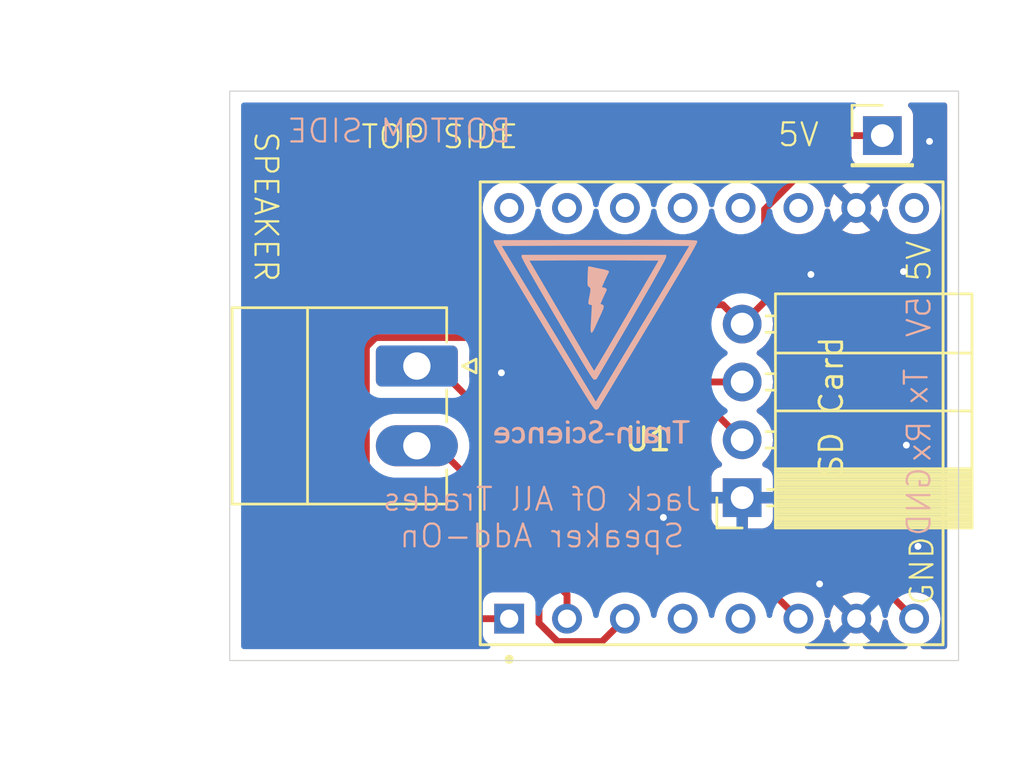
<source format=kicad_pcb>
(kicad_pcb (version 20240108) (generator "pcbnew") (generator_version "8.0")
  (layers (0 "F.Cu" signal) (31 "B.Cu" signal) (34 "B.Paste" user) (35 "F.Paste" user) (36 "B.SilkS" user "B.Silkscreen") (37 "F.SilkS" user "F.Silkscreen") (38 "B.Mask" user) (39 "F.Mask" user) (44 "Edge.Cuts" user))
  (net 0 "")
  (net 1 "/SPK2")
  (net 2 "GND")
  (net 6 "+5V")
  (net 7 "/Rx")
  (net 9 "/Tx")
  (net 14 "/SPK1")
  (footprint "Connector_Phoenix_MC:PhoenixContact_MC_1,5_2-G-3.5_1x02_P3.50mm_Horizontal" (layer "F.Cu") (at 126.7175 86.57 -90)
    (property "Reference" "J3" (hide yes))
    (property "Value" "Screw_Terminal_01x02")
    (fp_line (start -2.56 8.11) (end 6.06 8.11) (stroke (width 0.12)) (layer "F.SilkS"))
    (fp_line (start 6.06 8.11) (end 6.06 -1.31) (stroke (width 0.12)) (layer "F.SilkS"))
    (fp_line (start -2.56 4.8) (end 6.06 4.8) (stroke (width 0.12)) (layer "F.SilkS"))
    (fp_line (start -2.56 -1.31) (end -2.56 8.11) (stroke (width 0.12)) (layer "F.SilkS"))
    (fp_line (start -2.56 -1.31) (end -1.05 -1.31) (stroke (width 0.12)) (layer "F.SilkS"))
    (fp_line (start 1.05 -1.31) (end 2.45 -1.31) (stroke (width 0.12)) (layer "F.SilkS"))
    (fp_line (start 6.06 -1.31) (end 4.55 -1.31) (stroke (width 0.12)) (layer "F.SilkS"))
    (fp_line (start 0 -2) (end -0.3 -2.6) (stroke (width 0.12)) (layer "F.SilkS"))
    (fp_line (start -0.3 -2.6) (end 0.3 -2.6) (stroke (width 0.12)) (layer "F.SilkS"))
    (fp_line (start 0.3 -2.6) (end 0 -2) (stroke (width 0.12)) (layer "F.SilkS"))
    (pad "1" thru_hole roundrect (at 0 0 270) (size 1.8 3.6) (drill 1.2) (layers "*.Cu" "*.Mask") (roundrect_rratio 0.138889) (net 14 "/SPK1"))
    (pad "2" thru_hole oval (at 3.5 0 270) (size 1.8 3.6) (drill 1.2) (layers "*.Cu" "*.Mask") (net 1 "/SPK2"))
  )
  (footprint "custom_kicad_lib_sk:DFPlayer" (layer "F.Cu") (at 139.66 88.646 90)
    (property "Reference" "U1" (at -1.143 -2.794 0) (layer "F.SilkS"))
    (property "Value" "~")
    (fp_line (start 10.16 -10.16) (end 10.16 10.16) (stroke (width 0.127)) (layer "F.SilkS"))
    (fp_line (start -10.16 -10.16) (end 10.16 -10.16) (stroke (width 0.127)) (layer "F.SilkS"))
    (fp_line (start 10.16 10.16) (end -10.16 10.16) (stroke (width 0.127)) (layer "F.SilkS"))
    (fp_line (start -10.16 10.16) (end -10.16 -10.16) (stroke (width 0.127)) (layer "F.SilkS"))
    (fp_circle (center -10.8 -8.89) (end -10.7 -8.89) (stroke (width 0.2)) (fill none) (layer "F.SilkS"))
    (pad "1" thru_hole rect (at -9.017 -8.89 90) (size 1.308 1.308) (drill 0.8) (layers "*.Cu" "*.Mask") (net 6 "+5V"))
    (pad "2" thru_hole circle (at -9.017 -6.35 90) (size 1.308 1.308) (drill 0.8) (layers "*.Cu" "*.Mask") (net 7 "/Rx"))
    (pad "3" thru_hole circle (at -9.017 -3.81 90) (size 1.308 1.308) (drill 0.8) (layers "*.Cu" "*.Mask") (net 9 "/Tx"))
    (pad "4" thru_hole circle (at -9.017 -1.27 90) (size 1.308 1.308) (drill 0.8) (layers "*.Cu" "*.Mask"))
    (pad "5" thru_hole circle (at -9.017 1.27 90) (size 1.308 1.308) (drill 0.8) (layers "*.Cu" "*.Mask"))
    (pad "6" thru_hole circle (at -9.017 3.81 90) (size 1.308 1.308) (drill 0.8) (layers "*.Cu" "*.Mask") (net 1 "/SPK2"))
    (pad "7" thru_hole circle (at -9.017 6.35 90) (size 1.308 1.308) (drill 0.8) (layers "*.Cu" "*.Mask") (net 2 "GND"))
    (pad "8" thru_hole circle (at -9.017 8.89 90) (size 1.308 1.308) (drill 0.8) (layers "*.Cu" "*.Mask") (net 14 "/SPK1"))
    (pad "9" thru_hole circle (at 9.017 8.89 90) (size 1.308 1.308) (drill 0.8) (layers "*.Cu" "*.Mask"))
    (pad "10" thru_hole circle (at 9.017 6.35 90) (size 1.308 1.308) (drill 0.8) (layers "*.Cu" "*.Mask") (net 2 "GND"))
    (pad "11" thru_hole circle (at 9.017 3.81 90) (size 1.308 1.308) (drill 0.8) (layers "*.Cu" "*.Mask"))
    (pad "12" thru_hole circle (at 9.017 1.27 90) (size 1.308 1.308) (drill 0.8) (layers "*.Cu" "*.Mask"))
    (pad "13" thru_hole circle (at 9.017 -1.27 90) (size 1.308 1.308) (drill 0.8) (layers "*.Cu" "*.Mask"))
    (pad "14" thru_hole circle (at 9.017 -3.81 90) (size 1.308 1.308) (drill 0.8) (layers "*.Cu" "*.Mask"))
    (pad "15" thru_hole circle (at 9.017 -6.35 90) (size 1.308 1.308) (drill 0.8) (layers "*.Cu" "*.Mask"))
    (pad "16" thru_hole circle (at 9.017 -8.89 90) (size 1.308 1.308) (drill 0.8) (layers "*.Cu" "*.Mask"))
  )
  (footprint "Connector_PinSocket_2.54mm:PinSocket_1x04_P2.54mm_Horizontal" (layer "F.Cu") (at 141 92.35 180)
    (property "Reference" "J2" (hide yes))
    (property "Value" "Conn_01x04_Socket")
    (fp_line (start 1.11 -1.33) (end 1.11 0) (stroke (width 0.12)) (layer "F.SilkS"))
    (fp_line (start 0 -1.33) (end 1.11 -1.33) (stroke (width 0.12)) (layer "F.SilkS"))
    (fp_line (start -1.46 7.98) (end -1.05 7.98) (stroke (width 0.12)) (layer "F.SilkS"))
    (fp_line (start -1.46 7.26) (end -1.05 7.26) (stroke (width 0.12)) (layer "F.SilkS"))
    (fp_line (start -1.46 5.44) (end -1.05 5.44) (stroke (width 0.12)) (layer "F.SilkS"))
    (fp_line (start -1.46 4.72) (end -1.05 4.72) (stroke (width 0.12)) (layer "F.SilkS"))
    (fp_line (start -1.46 2.9) (end -1.05 2.9) (stroke (width 0.12)) (layer "F.SilkS"))
    (fp_line (start -1.46 2.18) (end -1.05 2.18) (stroke (width 0.12)) (layer "F.SilkS"))
    (fp_line (start -1.46 0.36) (end -1.11 0.36) (stroke (width 0.12)) (layer "F.SilkS"))
    (fp_line (start -1.46 -0.36) (end -1.11 -0.36) (stroke (width 0.12)) (layer "F.SilkS"))
    (fp_line (start -1.46 -1.33) (end -1.46 8.95) (stroke (width 0.12)) (layer "F.SilkS"))
    (fp_line (start -10.09 8.95) (end -1.46 8.95) (stroke (width 0.12)) (layer "F.SilkS"))
    (fp_line (start -10.09 6.35) (end -1.46 6.35) (stroke (width 0.12)) (layer "F.SilkS"))
    (fp_line (start -10.09 3.81) (end -1.46 3.81) (stroke (width 0.12)) (layer "F.SilkS"))
    (fp_line (start -10.09 1.27) (end -1.46 1.27) (stroke (width 0.12)) (layer "F.SilkS"))
    (fp_line (start -10.09 1.1519) (end -1.46 1.1519) (stroke (width 0.12)) (layer "F.SilkS"))
    (fp_line (start -10.09 1.033805) (end -1.46 1.033805) (stroke (width 0.12)) (layer "F.SilkS"))
    (fp_line (start -10.09 0.91571) (end -1.46 0.91571) (stroke (width 0.12)) (layer "F.SilkS"))
    (fp_line (start -10.09 0.797615) (end -1.46 0.797615) (stroke (width 0.12)) (layer "F.SilkS"))
    (fp_line (start -10.09 0.67952) (end -1.46 0.67952) (stroke (width 0.12)) (layer "F.SilkS"))
    (fp_line (start -10.09 0.561425) (end -1.46 0.561425) (stroke (width 0.12)) (layer "F.SilkS"))
    (fp_line (start -10.09 0.44333) (end -1.46 0.44333) (stroke (width 0.12)) (layer "F.SilkS"))
    (fp_line (start -10.09 0.325235) (end -1.46 0.325235) (stroke (width 0.12)) (layer "F.SilkS"))
    (fp_line (start -10.09 0.20714) (end -1.46 0.20714) (stroke (width 0.12)) (layer "F.SilkS"))
    (fp_line (start -10.09 0.089045) (end -1.46 0.089045) (stroke (width 0.12)) (layer "F.SilkS"))
    (fp_line (start -10.09 -0.02905) (end -1.46 -0.02905) (stroke (width 0.12)) (layer "F.SilkS"))
    (fp_line (start -10.09 -0.147145) (end -1.46 -0.147145) (stroke (width 0.12)) (layer "F.SilkS"))
    (fp_line (start -10.09 -0.26524) (end -1.46 -0.26524) (stroke (width 0.12)) (layer "F.SilkS"))
    (fp_line (start -10.09 -0.383335) (end -1.46 -0.383335) (stroke (width 0.12)) (layer "F.SilkS"))
    (fp_line (start -10.09 -0.50143) (end -1.46 -0.50143) (stroke (width 0.12)) (layer "F.SilkS"))
    (fp_line (start -10.09 -0.619525) (end -1.46 -0.619525) (stroke (width 0.12)) (layer "F.SilkS"))
    (fp_line (start -10.09 -0.73762) (end -1.46 -0.73762) (stroke (width 0.12)) (layer "F.SilkS"))
    (fp_line (start -10.09 -0.855715) (end -1.46 -0.855715) (stroke (width 0.12)) (layer "F.SilkS"))
    (fp_line (start -10.09 -0.97381) (end -1.46 -0.97381) (stroke (width 0.12)) (layer "F.SilkS"))
    (fp_line (start -10.09 -1.091905) (end -1.46 -1.091905) (stroke (width 0.12)) (layer "F.SilkS"))
    (fp_line (start -10.09 -1.21) (end -1.46 -1.21) (stroke (width 0.12)) (layer "F.SilkS"))
    (fp_line (start -10.09 -1.33) (end -1.46 -1.33) (stroke (width 0.12)) (layer "F.SilkS"))
    (fp_line (start -10.09 -1.33) (end -10.09 8.95) (stroke (width 0.12)) (layer "F.SilkS"))
    (pad "1" thru_hole rect (at 0 0 180) (size 1.7 1.7) (drill 1) (layers "*.Cu" "*.Mask") (net 2 "GND"))
    (pad "2" thru_hole oval (at 0 2.54 180) (size 1.7 1.7) (drill 1) (layers "*.Cu" "*.Mask") (net 7 "/Rx"))
    (pad "3" thru_hole oval (at 0 5.08 180) (size 1.7 1.7) (drill 1) (layers "*.Cu" "*.Mask") (net 9 "/Tx"))
    (pad "4" thru_hole oval (at 0 7.62 180) (size 1.7 1.7) (drill 1) (layers "*.Cu" "*.Mask") (net 6 "+5V"))
  )
  (footprint "Connector_PinHeader_2.54mm:PinHeader_1x01_P2.54mm_Vertical" (layer "F.Cu") (at 147.153 76.454)
    (property "Reference" "J1" (hide yes))
    (property "Value" "Conn_01x01_Pin")
    (fp_line (start -1.33 -1.33) (end 0 -1.33) (stroke (width 0.12)) (layer "F.SilkS"))
    (fp_line (start -1.33 0) (end -1.33 -1.33) (stroke (width 0.12)) (layer "F.SilkS"))
    (fp_line (start -1.33 1.27) (end -1.33 1.33) (stroke (width 0.12)) (layer "F.SilkS"))
    (fp_line (start -1.33 1.27) (end 1.33 1.27) (stroke (width 0.12)) (layer "F.SilkS"))
    (fp_line (start -1.33 1.33) (end 1.33 1.33) (stroke (width 0.12)) (layer "F.SilkS"))
    (fp_line (start 1.33 1.27) (end 1.33 1.33) (stroke (width 0.12)) (layer "F.SilkS"))
    (pad "1" thru_hole rect (at 0 0) (size 1.7 1.7) (drill 1) (layers "*.Cu" "*.Mask") (net 6 "+5V"))
  )
  (footprint "custom_kicad_lib_sk:Train-Science logo small" (layer "B.Cu") (at 134.493 85.598 180)
    (property "Reference" "G***" (hide yes))
    (property "Value" "LOGO" (hide yes))
    (fp_poly (pts (xy 1.223321 -4.3782) (xy 1.062357 -4.3782) (xy 1.062357 -3.637769) (xy 1.223321 -3.637769)) (fill solid) (layer "B.SilkS"))
    (fp_poly (pts (xy -1.867174 -4.3782) (xy -2.028137 -4.3782) (xy -2.028137 -3.637769) (xy -1.867174 -3.637769)) (fill solid) (layer "B.SilkS"))
    (fp_poly (pts (xy 1.211443 -3.365565) (xy 1.235424 -3.397528) (xy 1.241537 -3.467248) (xy 1.192998 -3.5033) (xy 1.1387 -3.508999) (xy 1.079454 -3.497959) (xy 1.066286 -3.453786) (xy 1.068167 -3.436565) (xy 1.099438 -3.378361) (xy 1.155683 -3.352714)) (fill solid) (layer "B.SilkS"))
    (fp_poly (pts (xy -1.879051 -3.365565) (xy -1.85507 -3.397528) (xy -1.848957 -3.467248) (xy -1.897497 -3.5033) (xy -1.951794 -3.508999) (xy -2.01104 -3.497959) (xy -2.024208 -3.453786) (xy -2.022328 -3.436565) (xy -1.991057 -3.378361) (xy -1.934811 -3.352714)) (fill solid) (layer "B.SilkS"))
    (fp_poly (pts (xy -0.612737 -3.9006) (xy -0.533283 -3.922266) (xy -0.490713 -3.961014) (xy -0.488845 -3.967744) (xy -0.490951 -3.998166) (xy -0.520453 -4.01526) (xy -0.590351 -4.022672) (xy -0.689781 -4.024081) (xy -0.808268 -4.020841) (xy -0.874379 -4.009353) (xy -0.899883 -3.986965) (xy -0.901394 -3.976406) (xy -0.873403 -3.933919) (xy -0.802697 -3.906845) (xy -0.709175 -3.895599)) (fill solid) (layer "B.SilkS"))
    (fp_poly (pts (xy -3.20706 -3.649174) (xy -3.187072 -3.671095) (xy -3.167366 -3.687977) (xy -3.124803 -3.671095) (xy -3.032476 -3.639196) (xy -2.952967 -3.641074) (xy -2.904379 -3.674259) (xy -2.897338 -3.702155) (xy -2.912873 -3.749633) (xy -2.970283 -3.766013) (xy -2.992091 -3.76654) (xy -3.08017 -3.784752) (xy -3.139695 -3.843818) (xy -3.1741 -3.950385) (xy -3.18682 -4.1111) (xy -3.187072 -4.143919) (xy -3.188151 -4.264488) (xy -3.194538 -4.33444) (xy -3.210963 -4.367539) (xy -3.242154 -4.377549) (xy -3.267554 -4.3782) (xy -3.348035 -4.3782) (xy -3.348035 -3.637769) (xy -3.267554 -3.637769)) (fill solid) (layer "B.SilkS"))
    (fp_poly (pts (xy -3.669632 -3.34866) (xy -3.559722 -3.351709) (xy -3.492918 -3.358945) (xy -3.458582 -3.372129) (xy -3.446076 -3.393024) (xy -3.444613 -3.412421) (xy -3.454092 -3.452657) (xy -3.493451 -3.471683) (xy -3.579073 -3.476782) (xy -3.58948 -3.476806) (xy -3.734347 -3.476806) (xy -3.734347 -4.3782) (xy -3.89531 -4.3782) (xy -3.89531 -3.480334) (xy -4.047936 -3.470522) (xy -4.148526 -3.457408) (xy -4.198923 -3.431105) (xy -4.21126 -3.404373) (xy -4.210399 -3.380588) (xy -4.190335 -3.364589) (xy -4.140901 -3.354863) (xy -4.051928 -3.349892) (xy -3.91325 -3.348161) (xy -3.833286 -3.348036)) (fill solid) (layer "B.SilkS"))
    (fp_poly (pts (xy 3.456146 -3.654371) (xy 3.543105 -3.697368) (xy 3.592791 -3.756548) (xy 3.594178 -3.814197) (xy 3.572895 -3.852981) (xy 3.542199 -3.843557) (xy 3.513841 -3.819211) (xy 3.424501 -3.7745) (xy 3.322943 -3.773442) (xy 3.238538 -3.81626) (xy 3.237661 -3.817129) (xy 3.201357 -3.890078) (xy 3.187495 -3.994878) (xy 3.196074 -4.103032) (xy 3.227095 -4.186043) (xy 3.237661 -4.198841) (xy 3.321639 -4.242246) (xy 3.423161 -4.241772) (xy 3.512857 -4.197642) (xy 3.513841 -4.196759) (xy 3.559116 -4.162129) (xy 3.582547 -4.174932) (xy 3.594178 -4.201773) (xy 3.589623 -4.267108) (xy 3.534669 -4.324764) (xy 3.443265 -4.364981) (xy 3.341993 -4.3782) (xy 3.23693 -4.364144) (xy 3.150524 -4.312169) (xy 3.116435 -4.280323) (xy 3.06227 -4.220957) (xy 3.03476 -4.166703) (xy 3.027277 -4.094215) (xy 3.032787 -3.985733) (xy 3.063239 -3.823108) (xy 3.128926 -3.713042) (xy 3.232557 -3.652527) (xy 3.346264 -3.637769)) (fill solid) (layer "B.SilkS"))
    (fp_poly (pts (xy 0.784156 -3.654371) (xy 0.871115 -3.697368) (xy 0.920801 -3.756548) (xy 0.922188 -3.814197) (xy 0.900905 -3.852981) (xy 0.870209 -3.843557) (xy 0.841851 -3.819211) (xy 0.752511 -3.7745) (xy 0.650954 -3.773442) (xy 0.566548 -3.81626) (xy 0.565671 -3.817129) (xy 0.529974 -3.888454) (xy 0.515171 -3.998249) (xy 0.515082 -4.007985) (xy 0.527932 -4.119813) (xy 0.562192 -4.195116) (xy 0.565671 -4.198841) (xy 0.649649 -4.242246) (xy 0.751171 -4.241772) (xy 0.840868 -4.197642) (xy 0.841851 -4.196759) (xy 0.887126 -4.162129) (xy 0.910558 -4.174932) (xy 0.922188 -4.201773) (xy 0.917633 -4.267108) (xy 0.862679 -4.324764) (xy 0.771275 -4.364981) (xy 0.670003 -4.3782) (xy 0.56494 -4.364144) (xy 0.478534 -4.312169) (xy 0.444446 -4.280323) (xy 0.39028 -4.220957) (xy 0.36277 -4.166703) (xy 0.355287 -4.094215) (xy 0.360798 -3.985733) (xy 0.391249 -3.823108) (xy 0.456936 -3.713042) (xy 0.560567 -3.652527) (xy 0.674274 -3.637769)) (fill solid) (layer "B.SilkS"))
    (fp_poly (pts (xy 0.08045 -3.363771) (xy 0.163476 -3.40824) (xy 0.193154 -3.477335) (xy 0.193156 -3.477939) (xy 0.170182 -3.528914) (xy 0.121334 -3.539789) (xy 0.080482 -3.508999) (xy 0.032611 -3.483439) (xy -0.047363 -3.477888) (xy -0.130866 -3.490818) (xy -0.189325 -3.520703) (xy -0.191874 -3.52355) (xy -0.21804 -3.596183) (xy -0.180966 -3.673245) (xy -0.081544 -3.753443) (xy -0.004028 -3.796699) (xy 0.136108 -3.882305) (xy 0.216714 -3.971193) (xy 0.24249 -4.071135) (xy 0.223825 -4.173564) (xy 0.164082 -4.275535) (xy 0.095495 -4.330471) (xy -0.018443 -4.366535) (xy -0.150995 -4.376193) (xy -0.274362 -4.359597) (xy -0.346956 -4.328086) (xy -0.40363 -4.272052) (xy -0.419312 -4.22251) (xy -0.394108 -4.195068) (xy -0.346071 -4.199064) (xy -0.197064 -4.233359) (xy -0.075009 -4.242002) (xy 0.005829 -4.224264) (xy 0.015788 -4.217493) (xy 0.061853 -4.14537) (xy 0.055341 -4.062595) (xy 0.002818 -3.983964) (xy -0.089151 -3.924271) (xy -0.119083 -3.913566) (xy -0.188092 -3.877866) (xy -0.269912 -3.816568) (xy -0.288095 -3.800264) (xy -0.365715 -3.694707) (xy -0.385703 -3.587357) (xy -0.353625 -3.488715) (xy -0.27505 -3.409279) (xy -0.155545 -3.359551) (xy -0.048289 -3.348036)) (fill solid) (layer "B.SilkS"))
    (fp_poly (pts (xy -2.40532 -3.645768) (xy -2.326525 -3.67613) (xy -2.275297 -3.738404) (xy -2.245189 -3.842138) (xy -2.22975 -3.996881) (xy -2.226439 -4.069661) (xy -2.215488 -4.366149) (xy -2.45432 -4.371021) (xy -2.611055 -4.367821) (xy -2.715337 -4.349617) (xy -2.763052 -4.326932) (xy -2.817997 -4.253657) (xy -2.8318 -4.157537) (xy -2.826579 -4.141434) (xy -2.663371 -4.141434) (xy -2.661178 -4.198977) (xy -2.617211 -4.235887) (xy -2.541587 -4.248708) (xy -2.462907 -4.236034) (xy -2.420887 -4.210799) (xy -2.387663 -4.147033) (xy -2.382256 -4.110009) (xy -2.391113 -4.070273) (xy -2.429399 -4.05887) (xy -2.5002 -4.066989) (xy -2.611613 -4.096669) (xy -2.663371 -4.141434) (xy -2.826579 -4.141434) (xy -2.80241 -4.066887) (xy -2.783578 -4.04369) (xy -2.714915 -4.000608) (xy -2.611053 -3.960717) (xy -2.500848 -3.933723) (xy -2.438593 -3.927683) (xy -2.39073 -3.905832) (xy -2.389171 -3.848663) (xy -2.411779 -3.801951) (xy -2.44845 -3.775964) (xy -2.522247 -3.768689) (xy -2.620538 -3.77548) (xy -2.726931 -3.782973) (xy -2.782746 -3.776184) (xy -2.800575 -3.753278) (xy -2.80076 -3.74925) (xy -2.770723 -3.693209) (xy -2.685633 -3.655257) (xy -2.553023 -3.638364) (xy -2.518132 -3.637769)) (fill solid) (layer "B.SilkS"))
    (fp_poly (pts (xy 4.191957 -3.665419) (xy 4.293411 -3.737669) (xy 4.360573 -3.838471) (xy 4.3782 -3.925027) (xy 4.3782 -4.024081) (xy 4.120659 -4.024081) (xy 3.992123 -4.025517) (xy 3.915069 -4.031892) (xy 3.876617 -4.046313) (xy 3.86389 -4.071882) (xy 3.863118 -4.086167) (xy 3.886785 -4.17496) (xy 3.959423 -4.227168) (xy 4.083491 -4.244072) (xy 4.15906 -4.240295) (xy 4.267524 -4.233706) (xy 4.325375 -4.2403) (xy 4.345405 -4.262067) (xy 4.346008 -4.269376) (xy 4.317527 -4.321331) (xy 4.243324 -4.357024) (xy 4.140255 -4.375338) (xy 4.025174 -4.375154) (xy 3.91494 -4.355354) (xy 3.826407 -4.31482) (xy 3.813457 -4.304705) (xy 3.748327 -4.223779) (xy 3.71501 -4.110586) (xy 3.710957 -4.07989) (xy 3.714938 -3.908) (xy 3.730244 -3.869557) (xy 3.863118 -3.869557) (xy 3.892233 -3.883662) (xy 3.967337 -3.893017) (xy 4.040178 -3.895311) (xy 4.137154 -3.891076) (xy 4.201466 -3.880152) (xy 4.217237 -3.869557) (xy 4.188421 -3.814477) (xy 4.114915 -3.776712) (xy 4.040178 -3.76654) (xy 3.945509 -3.783306) (xy 3.880602 -3.826073) (xy 3.863118 -3.869557) (xy 3.730244 -3.869557) (xy 3.767799 -3.775233) (xy 3.866587 -3.685192) (xy 4.008349 -3.641482) (xy 4.073248 -3.637769)) (fill solid) (layer "B.SilkS"))
    (fp_poly (pts (xy 2.715567 -3.652213) (xy 2.788671 -3.700519) (xy 2.835175 -3.79015) (xy 2.859236 -3.928568) (xy 2.865146 -4.092808) (xy 2.86448 -4.228722) (xy 2.860137 -4.312734) (xy 2.848595 -4.357328) (xy 2.826334 -4.374987) (xy 2.789834 -4.378194) (xy 2.784664 -4.3782) (xy 2.744587 -4.375415) (xy 2.72067 -4.358257) (xy 2.708742 -4.313522) (xy 2.704637 -4.228007) (xy 2.704183 -4.123292) (xy 2.70181 -3.995739) (xy 2.69553 -3.889366) (xy 2.686599 -3.82384) (xy 2.684642 -3.817462) (xy 2.638586 -3.775444) (xy 2.56069 -3.771399) (xy 2.471162 -3.805399) (xy 2.453804 -3.816654) (xy 2.417528 -3.84892) (xy 2.396019 -3.893461) (xy 2.385541 -3.966262) (xy 2.382352 -4.083304) (xy 2.382256 -4.122485) (xy 2.381383 -4.249664) (xy 2.375999 -4.325642) (xy 2.361955 -4.363601) (xy 2.335101 -4.376724) (xy 2.301774 -4.3782) (xy 2.221293 -4.3782) (xy 2.221293 -4.007985) (xy 2.22168 -3.849262) (xy 2.224378 -3.743962) (xy 2.231689 -3.681124) (xy 2.245918 -3.649787) (xy 2.269368 -3.638988) (xy 2.299092 -3.637769) (xy 2.364561 -3.652507) (xy 2.391646 -3.67801) (xy 2.413142 -3.702107) (xy 2.449056 -3.67801) (xy 2.508105 -3.651219) (xy 2.597263 -3.63805) (xy 2.611707 -3.637769)) (fill solid) (layer "B.SilkS"))
    (fp_poly (pts (xy 1.874086 -3.665419) (xy 1.97554 -3.737669) (xy 2.042702 -3.838471) (xy 2.06033 -3.925027) (xy 2.06033 -4.024081) (xy 1.802788 -4.024081) (xy 1.674253 -4.025517) (xy 1.597198 -4.031892) (xy 1.558746 -4.046313) (xy 1.54602 -4.071882) (xy 1.545247 -4.086167) (xy 1.568914 -4.17496) (xy 1.641552 -4.227168) (xy 1.76562 -4.244072) (xy 1.841189 -4.240295) (xy 1.949653 -4.233706) (xy 2.007504 -4.2403) (xy 2.027535 -4.262067) (xy 2.028137 -4.269376) (xy 1.999657 -4.321331) (xy 1.925454 -4.357024) (xy 1.822384 -4.375338) (xy 1.707304 -4.375154) (xy 1.597069 -4.355354) (xy 1.508536 -4.31482) (xy 1.495586 -4.304705) (xy 1.430456 -4.223779) (xy 1.397139 -4.110586) (xy 1.393087 -4.07989) (xy 1.397067 -3.908) (xy 1.412373 -3.869557) (xy 1.545247 -3.869557) (xy 1.574363 -3.883662) (xy 1.649466 -3.893017) (xy 1.722307 -3.895311) (xy 1.819283 -3.891076) (xy 1.883595 -3.880152) (xy 1.899366 -3.869557) (xy 1.87055 -3.814477) (xy 1.797044 -3.776712) (xy 1.722307 -3.76654) (xy 1.627639 -3.783306) (xy 1.562731 -3.826073) (xy 1.545247 -3.869557) (xy 1.412373 -3.869557) (xy 1.449928 -3.775233) (xy 1.548716 -3.685192) (xy 1.690478 -3.641482) (xy 1.755377 -3.637769)) (fill solid) (layer "B.SilkS"))
    (fp_poly (pts (xy -1.179743 -3.652213) (xy -1.106639 -3.700519) (xy -1.060135 -3.79015) (xy -1.036075 -3.928568) (xy -1.030165 -4.092808) (xy -1.03083 -4.228722) (xy -1.035174 -4.312734) (xy -1.046716 -4.357328) (xy -1.068976 -4.374987) (xy -1.105476 -4.378194) (xy -1.110646 -4.3782) (xy -1.150723 -4.375415) (xy -1.174641 -4.358257) (xy -1.186568 -4.313522) (xy -1.190674 -4.228007) (xy -1.191128 -4.123292) (xy -1.193501 -3.995739) (xy -1.199781 -3.889366) (xy -1.208712 -3.82384) (xy -1.210669 -3.817462) (xy -1.256725 -3.775444) (xy -1.33462 -3.771399) (xy -1.424149 -3.805399) (xy -1.441506 -3.816654) (xy -1.477783 -3.84892) (xy -1.499291 -3.893461) (xy -1.50977 -3.966262) (xy -1.512958 -4.083304) (xy -1.513054 -4.122485) (xy -1.513927 -4.249664) (xy -1.519311 -4.325642) (xy -1.533355 -4.363601) (xy -1.560209 -4.376724) (xy -1.593536 -4.3782) (xy -1.674018 -4.3782) (xy -1.674018 -4.007985) (xy -1.67363 -3.849262) (xy -1.670933 -3.743962) (xy -1.663621 -3.681124) (xy -1.649392 -3.649787) (xy -1.625943 -3.638988) (xy -1.596219 -3.637769) (xy -1.53075 -3.652507) (xy -1.503665 -3.67801) (xy -1.482168 -3.702107) (xy -1.446255 -3.67801) (xy -1.387205 -3.651219) (xy -1.298048 -3.63805) (xy -1.283604 -3.637769)) (fill solid) (layer "B.SilkS"))
    (fp_poly (pts (xy 0.250482 3.398018) (xy 0.258312 3.360431) (xy 0.266207 3.271171) (xy 0.273323 3.142944) (xy 0.278815 2.988455) (xy 0.279494 2.961822) (xy 0.283147 2.79102) (xy 0.28333 2.672993) (xy 0.27842 2.596159) (xy 0.266793 2.548934) (xy 0.246824 2.519735) (xy 0.216889 2.496979) (xy 0.214047 2.495112) (xy 0.177374 2.463714) (xy 0.157846 2.420729) (xy 0.155167 2.353836) (xy 0.169042 2.250716) (xy 0.199173 2.099046) (xy 0.20399 2.076426) (xy 0.234196 1.927607) (xy 0.248081 1.829473) (xy 0.244797 1.770209) (xy 0.223496 1.738003) (xy 0.183328 1.721039) (xy 0.178383 1.719762) (xy 0.093995 1.698582) (xy 0.113104 1.340229) (xy 0.122361 1.168329) (xy 0.13182 0.9955) (xy 0.140114 0.846597) (xy 0.144094 0.776804) (xy 0.147732 0.616402) (xy 0.136399 0.518612) (xy 0.110043 0.48341) (xy 0.068612 0.510774) (xy 0.012053 0.600683) (xy -0.036281 0.70019) (xy -0.094889 0.829583) (xy -0.151819 0.955614) (xy -0.192615 1.046261) (xy -0.235959 1.142058) (xy -0.293724 1.268625) (xy -0.352412 1.396402) (xy -0.410483 1.535855) (xy -0.432862 1.630868) (xy -0.419591 1.690556) (xy -0.370712 1.724039) (xy -0.353957 1.729118) (xy -0.302087 1.746117) (xy -0.289734 1.754248) (xy -0.301976 1.787815) (xy -0.333966 1.863803) (xy -0.378601 1.966115) (xy -0.428778 2.078653) (xy -0.477393 2.185319) (xy -0.517132 2.269582) (xy -0.553917 2.350924) (xy -0.561542 2.396199) (xy -0.540994 2.426228) (xy -0.525165 2.438593) (xy -0.452176 2.472508) (xy -0.412351 2.478834) (xy -0.36338 2.484926) (xy -0.354119 2.492061) (xy -0.366789 2.526986) (xy -0.400137 2.60474) (xy -0.447168 2.710013) (xy -0.500888 2.827498) (xy -0.554304 2.941887) (xy -0.600421 3.037873) (xy -0.630486 3.096942) (xy -0.659596 3.160107) (xy -0.65177 3.193594) (xy -0.620583 3.213855) (xy -0.53333 3.246777) (xy -0.395236 3.27925) (xy -0.273637 3.301207) (xy -0.190498 3.31751) (xy -0.07335 3.34338) (xy 0.027233 3.367139) (xy 0.134416 3.389945) (xy 0.215087 3.40089)) (fill solid) (layer "B.SilkS"))
    (fp_poly (pts (xy 3.179239 3.830925) (xy 3.169077 3.796052) (xy 3.134748 3.721875) (xy 3.075339 3.60678) (xy 2.989941 3.449155) (xy 2.877641 3.24739) (xy 2.737526 2.999872) (xy 2.568687 2.704989) (xy 2.370211 2.361128) (xy 2.141187 1.966679) (xy 1.880703 1.52003) (xy 1.631778 1.09455) (xy 1.368647 0.645596) (xy 1.135907 0.249143) (xy 0.93161 -0.097982) (xy 0.753807 -0.398953) (xy 0.60055 -0.656942) (xy 0.469891 -0.875124) (xy 0.359881 -1.05667) (xy 0.268572 -1.204755) (xy 0.194014 -1.322552) (xy 0.134261 -1.413233) (xy 0.087362 -1.479973) (xy 0.051371 -1.525943) (xy 0.024337 -1.554318) (xy 0.004314 -1.568271) (xy -0.004969 -1.571019) (xy -0.078828 -1.563333) (xy -0.118283 -1.538827) (xy -0.138767 -1.505458) (xy -0.189191 -1.420294) (xy -0.267262 -1.287274) (xy -0.370688 -1.110339) (xy -0.497173 -0.893428) (xy -0.644426 -0.640482) (xy -0.810153 -0.355441) (xy -0.99206 -0.042244) (xy -1.187855 0.295169) (xy -1.395243 0.652857) (xy -1.611932 1.02688) (xy -1.660439 1.110646) (xy -1.943382 1.600038) (xy -2.194371 2.035755) (xy -2.414343 2.419476) (xy -2.604234 2.752877) (xy -2.764981 3.037634) (xy -2.89752 3.275425) (xy -3.002787 3.467927) (xy -3.081719 3.616816) (xy -3.100264 3.653866) (xy -2.831057 3.653866) (xy -1.427803 1.229825) (xy -1.217976 0.867944) (xy -1.017222 0.522838) (xy -0.827885 0.198474) (xy -0.652308 -0.101185) (xy -0.492836 -0.372174) (xy -0.351814 -0.61053) (xy -0.231586 -0.812287) (xy -0.134496 -0.973481) (xy -0.062889 -1.090149) (xy -0.019109 -1.158326) (xy -0.005551 -1.175218) (xy 0.013203 -1.145197) (xy 0.062076 -1.063637) (xy 0.138687 -0.934577) (xy 0.240658 -0.762061) (xy 0.365609 -0.55013) (xy 0.511161 -0.302826) (xy 0.674935 -0.02419) (xy 0.854552 0.281735) (xy 1.047632 0.610908) (xy 1.251797 0.959287) (xy 1.421346 1.248823) (xy 2.829247 3.653866) (xy 1.414623 3.662249) (xy 1.04211 3.663984) (xy 0.624153 3.665121) (xy 0.179691 3.665659) (xy -0.272337 3.665598) (xy -0.712992 3.664938) (xy -1.123334 3.663678) (xy -1.415529 3.662249) (xy -2.831057 3.653866) (xy -3.100264 3.653866) (xy -3.135253 3.723769) (xy -3.164325 3.790463) (xy -3.17064 3.814829) (xy -3.170976 3.911407) (xy 3.170976 3.911407)) (fill solid) (layer "B.SilkS"))
    (fp_poly (pts (xy -2.177236 4.566716) (xy -1.724771 4.566214) (xy -1.217326 4.565463) (xy -0.651718 4.564501) (xy -0.055144 4.563421) (xy 4.394297 4.55526) (xy 4.402412 4.474778) (xy 4.392766 4.444092) (xy 4.360546 4.377472) (xy 4.304831 4.273357) (xy 4.224701 4.130187) (xy 4.119236 3.9464) (xy 3.987517 3.720436) (xy 3.828623 3.450735) (xy 3.641634 3.135735) (xy 3.425631 2.773875) (xy 3.179692 2.363596) (xy 2.902899 1.903335) (xy 2.594331 1.391532) (xy 2.253068 0.826627) (xy 2.210681 0.756527) (xy 1.892208 0.230049) (xy 1.605234 -0.243951) (xy 1.348069 -0.66817) (xy 1.119028 -1.045302) (xy 0.916421 -1.378044) (xy 0.738561 -1.669091) (xy 0.583761 -1.921141) (xy 0.450332 -2.136888) (xy 0.336586 -2.319029) (xy 0.240836 -2.470259) (xy 0.161394 -2.593274) (xy 0.096573 -2.690771) (xy 0.044683 -2.765444) (xy 0.004038 -2.819991) (xy -0.02705 -2.857107) (xy -0.05027 -2.879488) (xy -0.067308 -2.88983) (xy -0.073048 -2.891234) (xy -0.156237 -2.877194) (xy -0.204854 -2.826849) (xy -0.227047 -2.790521) (xy -0.280348 -2.702298) (xy -0.362758 -2.565508) (xy -0.47228 -2.383476) (xy -0.606914 -2.159531) (xy -0.764662 -1.897) (xy -0.943527 -1.599208) (xy -1.141509 -1.269484) (xy -1.356611 -0.911155) (xy -1.586834 -0.527547) (xy -1.830181 -0.121988) (xy -2.084652 0.302196) (xy -2.348249 0.741676) (xy -2.411808 0.847656) (xy -2.72913 1.377004) (xy -3.014693 1.853894) (xy -3.270035 2.280976) (xy -3.496692 2.660897) (xy -3.696204 2.996307) (xy -3.870107 3.289854) (xy -4.01994 3.544188) (xy -4.147239 3.761957) (xy -4.253544 3.94581) (xy -4.340391 4.098397) (xy -4.409319 4.222366) (xy -4.449721 4.297718) (xy -4.178624 4.297718) (xy -0.08088 -2.532058) (xy 0.192957 -2.079549) (xy 0.247331 -1.989669) (xy 0.332405 -1.84901) (xy 0.445566 -1.661887) (xy 0.584205 -1.43262) (xy 0.74571 -1.165527) (xy 0.92747 -0.864926) (xy 1.126875 -0.535135) (xy 1.341313 -0.180472) (xy 1.568173 0.194744) (xy 1.804844 0.586196) (xy 2.048716 0.989564) (xy 2.257763 1.33534) (xy 4.048733 4.297718) (xy 1.992174 4.306003) (xy 1.548356 4.307468) (xy 1.05587 4.308526) (xy 0.530432 4.309176) (xy -0.012241 4.309419) (xy -0.556433 4.309254) (xy -1.086428 4.308682) (xy -1.58651 4.307702) (xy -2.040962 4.306315) (xy -2.121505 4.306003) (xy -4.178624 4.297718) (xy -4.449721 4.297718) (xy -4.461864 4.320365) (xy -4.499566 4.395045) (xy -4.523961 4.449053) (xy -4.536588 4.485039) (xy -4.538984 4.505651) (xy -4.537712 4.509683) (xy -4.531875 4.518362) (xy -4.522005 4.526181) (xy -4.504918 4.533179) (xy -4.47743 4.539392) (xy -4.436357 4.54486) (xy -4.378514 4.549621) (xy -4.300717 4.553712) (xy -4.199782 4.557172) (xy -4.072525 4.560039) (xy -3.915762 4.562352) (xy -3.726308 4.564148) (xy -3.50098 4.565466) (xy -3.236592 4.566343) (xy -2.929962 4.566818) (xy -2.577905 4.56693)) (fill solid) (layer "B.SilkS"))
  )
  (gr_rect (start 118.5 74.5) (end 150.5 99.5) (stroke (width 0.05)) (fill none) (layer "Edge.Cuts"))
  (gr_text "GND" (at 149.352 90.932 90) (layer "B.SilkS") (effects (font (size 1 1) (thickness 0.1)) (justify left bottom mirror)))
  (gr_text "Rx" (at 149.352 88.9 90) (layer "B.SilkS") (effects (font (size 1 1) (thickness 0.1)) (justify left bottom mirror)))
  (gr_text "BOTTOM SIDE\n" (at 130.937 76.835 0) (layer "B.SilkS") (effects (font (size 1 1) (thickness 0.1)) (justify left bottom mirror)))
  (gr_text "5V" (at 149.352 83.439 90) (layer "B.SilkS") (effects (font (size 1 1) (thickness 0.1)) (justify left bottom mirror)))
  (gr_text "Tx" (at 149.225 86.614 90) (layer "B.SilkS") (effects (font (size 1 1) (thickness 0.1)) (justify left bottom mirror)))
  (gr_text "Jack Of All Trades\nSpeaker Add-On" (at 132.207 94.615 0) (layer "B.SilkS") (effects (font (size 1 1) (thickness 0.1)) (justify bottom mirror)))
  (gr_text "5V" (at 142.5 77 0) (layer "F.SilkS") (effects (font (size 1 1) (thickness 0.1)) (justify left bottom)))
  (gr_text "SPEAKER" (at 119.507 76.2 -90) (layer "F.SilkS") (effects (font (size 1 1) (thickness 0.1)) (justify left bottom)))
  (gr_text "TOP SIDE" (at 124.206 77.089 0) (layer "F.SilkS") (effects (font (size 1 1) (thickness 0.1)) (justify left bottom)))
  (gr_text "GND" (at 149.479 97.155 90) (layer "F.SilkS") (effects (font (size 1 1) (thickness 0.1)) (justify left bottom)))
  (gr_text "5V" (at 149.352 82.931 90) (layer "F.SilkS") (effects (font (size 1 1) (thickness 0.1)) (justify left bottom)))
  (gr_text "SD Card" (at 145.5 91.5 90) (layer "F.SilkS") (effects (font (size 1 1) (thickness 0.125)) (justify left bottom)))
  (segment (start 143.47 97.663) (end 141.307 95.5) (width 0.3) (layer "F.Cu") (net 1))
  (segment (start 133 95.5) (end 127.57 90.07) (width 0.3) (layer "F.Cu") (net 1))
  (segment (start 127.57 90.07) (end 126.7175 90.07) (width 0.3) (layer "F.Cu") (net 1))
  (segment (start 141.307 95.5) (end 133 95.5) (width 0.3) (layer "F.Cu") (net 1))
  (via (at 144.018 82.55) (size 0.6) (drill 0.3) (layers "F.Cu" "B.Cu") (net 2))
  (via (at 148.717 94.488) (size 0.6) (drill 0.3) (layers "F.Cu" "B.Cu") (net 2))
  (via (at 148.082 82.423) (size 0.6) (drill 0.3) (layers "F.Cu" "B.Cu") (net 2))
  (via (at 130.429 86.868) (size 0.6) (drill 0.3) (layers "F.Cu" "B.Cu") (net 2))
  (via (at 149.225 76.708) (size 0.6) (drill 0.3) (layers "F.Cu" "B.Cu") (net 2))
  (via (at 137.541 93.218) (size 0.6) (drill 0.3) (layers "F.Cu" "B.Cu") (net 2))
  (via (at 144.399 96.139) (size 0.6) (drill 0.3) (layers "F.Cu" "B.Cu") (net 2))
  (via (at 148.209 90.043) (size 0.6) (drill 0.3) (layers "F.Cu" "B.Cu") (net 2))
  (segment (start 141.986 79.693129) (end 141.986 83.744) (width 0.3) (layer "F.Cu") (net 6))
  (segment (start 145.225129 76.454) (end 141.986 79.693129) (width 0.3) (layer "F.Cu") (net 6))
  (segment (start 141 84.73) (end 140.15 83.88) (width 0.3) (layer "F.Cu") (net 6))
  (segment (start 147.153 76.454) (end 145.225129 76.454) (width 0.3) (layer "F.Cu") (net 6))
  (segment (start 140.15 83.88) (end 124.908 83.88) (width 0.3) (layer "F.Cu") (net 6))
  (segment (start 123.5 91.623) (end 129.54 97.663) (width 0.3) (layer "F.Cu") (net 6))
  (segment (start 129.54 97.663) (end 130.77 97.663) (width 0.3) (layer "F.Cu") (net 6))
  (segment (start 124.908 83.88) (end 123.5 85.288) (width 0.3) (layer "F.Cu") (net 6))
  (segment (start 141.986 83.744) (end 141 84.73) (width 0.3) (layer "F.Cu") (net 6))
  (segment (start 123.5 85.288) (end 123.5 91.623) (width 0.3) (layer "F.Cu") (net 6))
  (segment (start 133.31 96.607) (end 133.31 97.663) (width 0.3) (layer "F.Cu") (net 7))
  (segment (start 124.912044 85.32) (end 124.5 85.732044) (width 0.3) (layer "F.Cu") (net 7))
  (segment (start 124.5 85.732044) (end 124.5 91.208788) (width 0.3) (layer "F.Cu") (net 7))
  (segment (start 124.5 91.208788) (end 128.791212 95.5) (width 0.3) (layer "F.Cu") (net 7))
  (segment (start 136.51 85.32) (end 124.912044 85.32) (width 0.3) (layer "F.Cu") (net 7))
  (segment (start 141 89.81) (end 136.51 85.32) (width 0.3) (layer "F.Cu") (net 7))
  (segment (start 128.791212 95.5) (end 132.203 95.5) (width 0.3) (layer "F.Cu") (net 7))
  (segment (start 132.203 95.5) (end 133.31 96.607) (width 0.3) (layer "F.Cu") (net 7))
  (segment (start 124 91.415894) (end 124 85.524938) (width 0.3) (layer "F.Cu") (net 9))
  (segment (start 124.704937 84.82) (end 136.717106 84.82) (width 0.3) (layer "F.Cu") (net 9))
  (segment (start 132.08 97.852871) (end 132.08 96.647) (width 0.3) (layer "F.Cu") (net 9))
  (segment (start 134.846 98.667) (end 132.894129 98.667) (width 0.3) (layer "F.Cu") (net 9))
  (segment (start 135.85 97.663) (end 134.846 98.667) (width 0.3) (layer "F.Cu") (net 9))
  (segment (start 136.717106 84.82) (end 139.167106 87.27) (width 0.3) (layer "F.Cu") (net 9))
  (segment (start 139.167106 87.27) (end 141 87.27) (width 0.3) (layer "F.Cu") (net 9))
  (segment (start 131.433 96) (end 128.584106 96) (width 0.3) (layer "F.Cu") (net 9))
  (segment (start 132.894129 98.667) (end 132.08 97.852871) (width 0.3) (layer "F.Cu") (net 9))
  (segment (start 132.08 96.647) (end 131.433 96) (width 0.3) (layer "F.Cu") (net 9))
  (segment (start 124 85.524938) (end 124.412044 85.112893) (width 0.3) (layer "F.Cu") (net 9))
  (segment (start 124.412044 85.112893) (end 124.704937 84.82) (width 0.3) (layer "F.Cu") (net 9))
  (segment (start 128.584106 96) (end 124 91.415894) (width 0.3) (layer "F.Cu") (net 9))
  (segment (start 126.7175 86.57) (end 127.57 86.57) (width 0.3) (layer "F.Cu") (net 14))
  (segment (start 127.57 86.57) (end 136 95) (width 0.3) (layer "F.Cu") (net 14))
  (segment (start 136 95) (end 145.887 95) (width 0.3) (layer "F.Cu") (net 14))
  (segment (start 145.887 95) (end 148.55 97.663) (width 0.3) (layer "F.Cu") (net 14))
  (zone (net 2) (net_name "GND") (layers "F&B.Cu") (connect_pads (clearance 0.5)) (min_thickness 0.25) (fill yes (thermal_gap 0.5) (thermal_bridge_width 0.5))
    (polygon (pts (xy 151 74) (xy 151 100) (xy 116.5 100.5) (xy 116 70.5)))
  )
)
</source>
